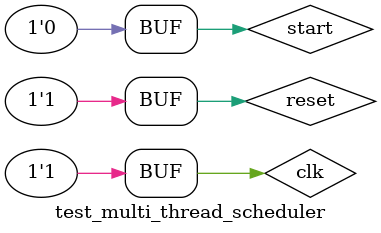
<source format=v>
`timescale 1ns / 1ps


module test_multi_thread_scheduler(

    );
    reg clk;
    reg reset;
    reg start;
    
    initial
    begin
    reset = 1'b1;
    start = 1'b0;
    #40;
    reset = 1'b0;
    #40;
    reset = 1'b1;
    #40;
    start =1'b1;
    #40;
    start = 1'b0;
    end
    
    always
    begin
    clk = 1'b0;
    #20;
    clk = 1'b1;
    #20;
    end
    
    design_1 dut(clk, reset, start);
    
    
endmodule

</source>
